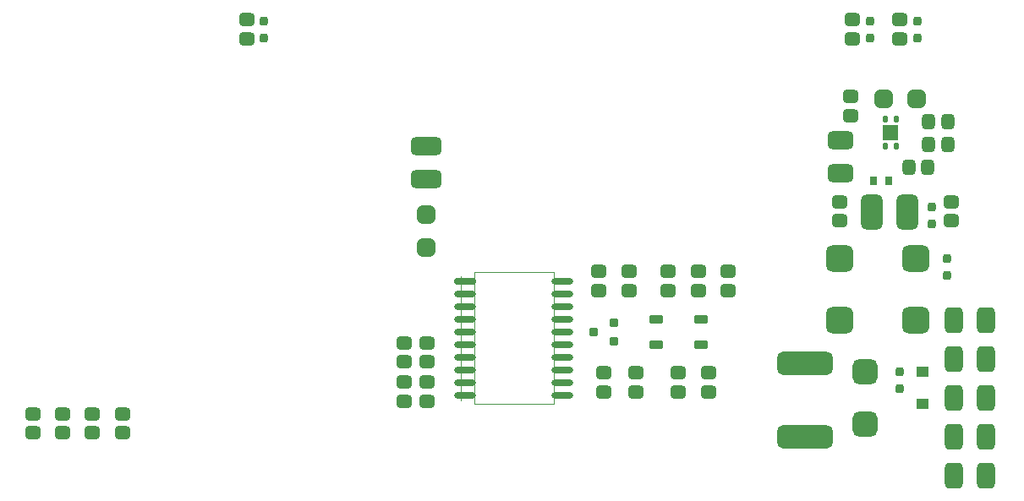
<source format=gtp>
G04*
G04 #@! TF.GenerationSoftware,Altium Limited,Altium Designer,22.8.2 (66)*
G04*
G04 Layer_Color=8421504*
%FSLAX44Y44*%
%MOMM*%
G71*
G04*
G04 #@! TF.SameCoordinates,AF58AEFE-5498-464C-92CE-300A63243590*
G04*
G04*
G04 #@! TF.FilePolarity,Positive*
G04*
G01*
G75*
%ADD17C,0.0254*%
%ADD18C,0.0500*%
%ADD19R,0.7000X0.9000*%
G04:AMPARAMS|DCode=20|XSize=1.3mm|YSize=1.5001mm|CornerRadius=0.325mm|HoleSize=0mm|Usage=FLASHONLY|Rotation=180.000|XOffset=0mm|YOffset=0mm|HoleType=Round|Shape=RoundedRectangle|*
%AMROUNDEDRECTD20*
21,1,1.3000,0.8501,0,0,180.0*
21,1,0.6500,1.5001,0,0,180.0*
1,1,0.6500,-0.3250,0.4251*
1,1,0.6500,0.3250,0.4251*
1,1,0.6500,0.3250,-0.4251*
1,1,0.6500,-0.3250,-0.4251*
%
%ADD20ROUNDEDRECTD20*%
G04:AMPARAMS|DCode=21|XSize=0.508mm|YSize=0.6096mm|CornerRadius=0.0635mm|HoleSize=0mm|Usage=FLASHONLY|Rotation=180.000|XOffset=0mm|YOffset=0mm|HoleType=Round|Shape=RoundedRectangle|*
%AMROUNDEDRECTD21*
21,1,0.5080,0.4826,0,0,180.0*
21,1,0.3810,0.6096,0,0,180.0*
1,1,0.1270,-0.1905,0.2413*
1,1,0.1270,0.1905,0.2413*
1,1,0.1270,0.1905,-0.2413*
1,1,0.1270,-0.1905,-0.2413*
%
%ADD21ROUNDEDRECTD21*%
%ADD22R,1.6002X1.6002*%
G04:AMPARAMS|DCode=23|XSize=2.7mm|YSize=2.7mm|CornerRadius=0.675mm|HoleSize=0mm|Usage=FLASHONLY|Rotation=0.000|XOffset=0mm|YOffset=0mm|HoleType=Round|Shape=RoundedRectangle|*
%AMROUNDEDRECTD23*
21,1,2.7000,1.3500,0,0,0.0*
21,1,1.3500,2.7000,0,0,0.0*
1,1,1.3500,0.6750,-0.6750*
1,1,1.3500,-0.6750,-0.6750*
1,1,1.3500,-0.6750,0.6750*
1,1,1.3500,0.6750,0.6750*
%
%ADD23ROUNDEDRECTD23*%
G04:AMPARAMS|DCode=24|XSize=0.8mm|YSize=0.9mm|CornerRadius=0.2mm|HoleSize=0mm|Usage=FLASHONLY|Rotation=90.000|XOffset=0mm|YOffset=0mm|HoleType=Round|Shape=RoundedRectangle|*
%AMROUNDEDRECTD24*
21,1,0.8000,0.5000,0,0,90.0*
21,1,0.4000,0.9000,0,0,90.0*
1,1,0.4000,0.2500,0.2000*
1,1,0.4000,0.2500,-0.2000*
1,1,0.4000,-0.2500,-0.2000*
1,1,0.4000,-0.2500,0.2000*
%
%ADD24ROUNDEDRECTD24*%
G04:AMPARAMS|DCode=25|XSize=1.35mm|YSize=0.9mm|CornerRadius=0.225mm|HoleSize=0mm|Usage=FLASHONLY|Rotation=180.000|XOffset=0mm|YOffset=0mm|HoleType=Round|Shape=RoundedRectangle|*
%AMROUNDEDRECTD25*
21,1,1.3500,0.4500,0,0,180.0*
21,1,0.9000,0.9000,0,0,180.0*
1,1,0.4500,-0.4500,0.2250*
1,1,0.4500,0.4500,0.2250*
1,1,0.4500,0.4500,-0.2250*
1,1,0.4500,-0.4500,-0.2250*
%
%ADD25ROUNDEDRECTD25*%
%ADD26O,2.1590X0.7112*%
G04:AMPARAMS|DCode=27|XSize=2.159mm|YSize=0.7112mm|CornerRadius=0.1778mm|HoleSize=0mm|Usage=FLASHONLY|Rotation=0.000|XOffset=0mm|YOffset=0mm|HoleType=Round|Shape=RoundedRectangle|*
%AMROUNDEDRECTD27*
21,1,2.1590,0.3556,0,0,0.0*
21,1,1.8034,0.7112,0,0,0.0*
1,1,0.3556,0.9017,-0.1778*
1,1,0.3556,-0.9017,-0.1778*
1,1,0.3556,-0.9017,0.1778*
1,1,0.3556,0.9017,0.1778*
%
%ADD27ROUNDEDRECTD27*%
G04:AMPARAMS|DCode=28|XSize=0.9mm|YSize=0.8mm|CornerRadius=0.2mm|HoleSize=0mm|Usage=FLASHONLY|Rotation=90.000|XOffset=0mm|YOffset=0mm|HoleType=Round|Shape=RoundedRectangle|*
%AMROUNDEDRECTD28*
21,1,0.9000,0.4000,0,0,90.0*
21,1,0.5000,0.8000,0,0,90.0*
1,1,0.4000,0.2000,0.2500*
1,1,0.4000,0.2000,-0.2500*
1,1,0.4000,-0.2000,-0.2500*
1,1,0.4000,-0.2000,0.2500*
%
%ADD28ROUNDEDRECTD28*%
G04:AMPARAMS|DCode=29|XSize=1.3mm|YSize=1.5001mm|CornerRadius=0.325mm|HoleSize=0mm|Usage=FLASHONLY|Rotation=270.000|XOffset=0mm|YOffset=0mm|HoleType=Round|Shape=RoundedRectangle|*
%AMROUNDEDRECTD29*
21,1,1.3000,0.8501,0,0,270.0*
21,1,0.6500,1.5001,0,0,270.0*
1,1,0.6500,-0.4251,-0.3250*
1,1,0.6500,-0.4251,0.3250*
1,1,0.6500,0.4251,0.3250*
1,1,0.6500,0.4251,-0.3250*
%
%ADD29ROUNDEDRECTD29*%
G04:AMPARAMS|DCode=30|XSize=1.8mm|YSize=3.05mm|CornerRadius=0.45mm|HoleSize=0mm|Usage=FLASHONLY|Rotation=90.000|XOffset=0mm|YOffset=0mm|HoleType=Round|Shape=RoundedRectangle|*
%AMROUNDEDRECTD30*
21,1,1.8000,2.1500,0,0,90.0*
21,1,0.9000,3.0500,0,0,90.0*
1,1,0.9000,1.0750,0.4500*
1,1,0.9000,1.0750,-0.4500*
1,1,0.9000,-1.0750,-0.4500*
1,1,0.9000,-1.0750,0.4500*
%
%ADD30ROUNDEDRECTD30*%
G04:AMPARAMS|DCode=31|XSize=2.2mm|YSize=3.5mm|CornerRadius=0.55mm|HoleSize=0mm|Usage=FLASHONLY|Rotation=180.000|XOffset=0mm|YOffset=0mm|HoleType=Round|Shape=RoundedRectangle|*
%AMROUNDEDRECTD31*
21,1,2.2000,2.4000,0,0,180.0*
21,1,1.1000,3.5000,0,0,180.0*
1,1,1.1000,-0.5500,1.2000*
1,1,1.1000,0.5500,1.2000*
1,1,1.1000,0.5500,-1.2000*
1,1,1.1000,-0.5500,-1.2000*
%
%ADD31ROUNDEDRECTD31*%
G04:AMPARAMS|DCode=32|XSize=2.3mm|YSize=5.6mm|CornerRadius=0.575mm|HoleSize=0mm|Usage=FLASHONLY|Rotation=90.000|XOffset=0mm|YOffset=0mm|HoleType=Round|Shape=RoundedRectangle|*
%AMROUNDEDRECTD32*
21,1,2.3000,4.4500,0,0,90.0*
21,1,1.1500,5.6000,0,0,90.0*
1,1,1.1500,2.2250,0.5750*
1,1,1.1500,2.2250,-0.5750*
1,1,1.1500,-2.2250,-0.5750*
1,1,1.1500,-2.2250,0.5750*
%
%ADD32ROUNDEDRECTD32*%
G04:AMPARAMS|DCode=33|XSize=2.5mm|YSize=2.5mm|CornerRadius=0.625mm|HoleSize=0mm|Usage=FLASHONLY|Rotation=90.000|XOffset=0mm|YOffset=0mm|HoleType=Round|Shape=RoundedRectangle|*
%AMROUNDEDRECTD33*
21,1,2.5000,1.2500,0,0,90.0*
21,1,1.2500,2.5000,0,0,90.0*
1,1,1.2500,0.6250,0.6250*
1,1,1.2500,0.6250,-0.6250*
1,1,1.2500,-0.6250,-0.6250*
1,1,1.2500,-0.6250,0.6250*
%
%ADD33ROUNDEDRECTD33*%
%ADD34R,1.3000X1.1000*%
G04:AMPARAMS|DCode=35|XSize=1.8mm|YSize=1.8mm|CornerRadius=0.45mm|HoleSize=0mm|Usage=FLASHONLY|Rotation=90.000|XOffset=0mm|YOffset=0mm|HoleType=Round|Shape=RoundedRectangle|*
%AMROUNDEDRECTD35*
21,1,1.8000,0.9000,0,0,90.0*
21,1,0.9000,1.8000,0,0,90.0*
1,1,0.9000,0.4500,0.4500*
1,1,0.9000,0.4500,-0.4500*
1,1,0.9000,-0.4500,-0.4500*
1,1,0.9000,-0.4500,0.4500*
%
%ADD35ROUNDEDRECTD35*%
G04:AMPARAMS|DCode=36|XSize=1.8mm|YSize=1.8mm|CornerRadius=0.45mm|HoleSize=0mm|Usage=FLASHONLY|Rotation=0.000|XOffset=0mm|YOffset=0mm|HoleType=Round|Shape=RoundedRectangle|*
%AMROUNDEDRECTD36*
21,1,1.8000,0.9000,0,0,0.0*
21,1,0.9000,1.8000,0,0,0.0*
1,1,0.9000,0.4500,-0.4500*
1,1,0.9000,-0.4500,-0.4500*
1,1,0.9000,-0.4500,0.4500*
1,1,0.9000,0.4500,0.4500*
%
%ADD36ROUNDEDRECTD36*%
G04:AMPARAMS|DCode=37|XSize=1.8mm|YSize=2.6mm|CornerRadius=0.45mm|HoleSize=0mm|Usage=FLASHONLY|Rotation=90.000|XOffset=0mm|YOffset=0mm|HoleType=Round|Shape=RoundedRectangle|*
%AMROUNDEDRECTD37*
21,1,1.8000,1.7000,0,0,90.0*
21,1,0.9000,2.6000,0,0,90.0*
1,1,0.9000,0.8500,0.4500*
1,1,0.9000,0.8500,-0.4500*
1,1,0.9000,-0.8500,-0.4500*
1,1,0.9000,-0.8500,0.4500*
%
%ADD37ROUNDEDRECTD37*%
G04:AMPARAMS|DCode=38|XSize=1.8mm|YSize=2.6mm|CornerRadius=0.45mm|HoleSize=0mm|Usage=FLASHONLY|Rotation=0.000|XOffset=0mm|YOffset=0mm|HoleType=Round|Shape=RoundedRectangle|*
%AMROUNDEDRECTD38*
21,1,1.8000,1.7000,0,0,0.0*
21,1,0.9000,2.6000,0,0,0.0*
1,1,0.9000,0.4500,-0.8500*
1,1,0.9000,-0.4500,-0.8500*
1,1,0.9000,-0.4500,0.8500*
1,1,0.9000,0.4500,0.8500*
%
%ADD38ROUNDEDRECTD38*%
D17*
X638795Y170180D02*
Y294386D01*
D18*
X652197Y298408D02*
X732092D01*
Y166370D02*
Y298408D01*
X652197Y166370D02*
X732092D01*
X652197D02*
Y298408D01*
D19*
X1052500Y390500D02*
D03*
X1067500D02*
D03*
D20*
X1126370Y449012D02*
D03*
X1126380Y426238D02*
D03*
X1106370Y404012D02*
D03*
X1087370D02*
D03*
X1107380Y426238D02*
D03*
X1107370Y449012D02*
D03*
D21*
X1063840Y424650D02*
D03*
X1074840D02*
D03*
Y451650D02*
D03*
X1063840D02*
D03*
D22*
X1069340Y438150D02*
D03*
D23*
X1094740Y312420D02*
D03*
X1018540D02*
D03*
Y250220D02*
D03*
X1094740D02*
D03*
D24*
X792320Y229260D02*
D03*
Y248260D02*
D03*
X772320Y238760D02*
D03*
D25*
X879730Y226260D02*
D03*
Y251260D02*
D03*
X834230D02*
D03*
Y226260D02*
D03*
D26*
X740923Y175260D02*
D03*
X643377D02*
D03*
X740913Y187960D02*
D03*
Y200660D02*
D03*
Y213360D02*
D03*
Y226060D02*
D03*
Y238760D02*
D03*
Y251460D02*
D03*
Y264160D02*
D03*
Y276860D02*
D03*
Y289560D02*
D03*
X643377Y187960D02*
D03*
Y200660D02*
D03*
Y213360D02*
D03*
Y226060D02*
D03*
Y238760D02*
D03*
Y251460D02*
D03*
Y264160D02*
D03*
Y276860D02*
D03*
D27*
Y289560D02*
D03*
D28*
X441960Y549910D02*
D03*
Y532910D02*
D03*
X1048620Y550410D02*
D03*
Y533410D02*
D03*
X1096010Y549910D02*
D03*
Y532910D02*
D03*
X1110750Y363750D02*
D03*
Y346750D02*
D03*
X1125880Y312420D02*
D03*
Y295420D02*
D03*
X1078230Y198560D02*
D03*
Y181560D02*
D03*
D29*
X846827Y299180D02*
D03*
Y280180D02*
D03*
X300157Y137700D02*
D03*
Y156700D02*
D03*
X270157Y137700D02*
D03*
Y156700D02*
D03*
X240157Y137700D02*
D03*
Y156700D02*
D03*
X210157Y137700D02*
D03*
Y156700D02*
D03*
X424442Y551532D02*
D03*
Y532533D02*
D03*
X1030840Y551532D02*
D03*
Y532533D02*
D03*
X1078492Y551532D02*
D03*
Y532533D02*
D03*
X1029708Y474440D02*
D03*
Y455440D02*
D03*
X1130262Y350265D02*
D03*
Y369265D02*
D03*
X1018383Y369030D02*
D03*
Y350030D02*
D03*
X876592Y299180D02*
D03*
Y280180D02*
D03*
X856906Y178825D02*
D03*
Y197824D02*
D03*
X886672Y178825D02*
D03*
Y197824D02*
D03*
X906358Y299180D02*
D03*
Y280180D02*
D03*
X814476Y197580D02*
D03*
Y178580D02*
D03*
X777296Y299180D02*
D03*
Y280180D02*
D03*
X807061Y299180D02*
D03*
Y280180D02*
D03*
X604942Y169450D02*
D03*
Y188450D02*
D03*
X582082Y208820D02*
D03*
Y227820D02*
D03*
X604942Y208820D02*
D03*
Y227820D02*
D03*
X782320Y197580D02*
D03*
Y178580D02*
D03*
X582082Y169450D02*
D03*
Y188450D02*
D03*
D30*
X604520Y424770D02*
D03*
Y392270D02*
D03*
D31*
X1050110Y358885D02*
D03*
X1086110D02*
D03*
D32*
X983250Y134010D02*
D03*
Y207010D02*
D03*
D33*
X1043940Y198560D02*
D03*
Y146560D02*
D03*
D34*
X1101090Y198560D02*
D03*
Y166560D02*
D03*
D35*
X604295Y323690D02*
D03*
Y356190D02*
D03*
D36*
X1062598Y472440D02*
D03*
X1095098D02*
D03*
D37*
X1019000Y430400D02*
D03*
Y397900D02*
D03*
D38*
X1165180Y250220D02*
D03*
X1132680D02*
D03*
X1165180Y211415D02*
D03*
X1132680D02*
D03*
X1165180Y172610D02*
D03*
X1132680D02*
D03*
X1165180Y133805D02*
D03*
X1132680D02*
D03*
X1165180Y95000D02*
D03*
X1132680D02*
D03*
M02*

</source>
